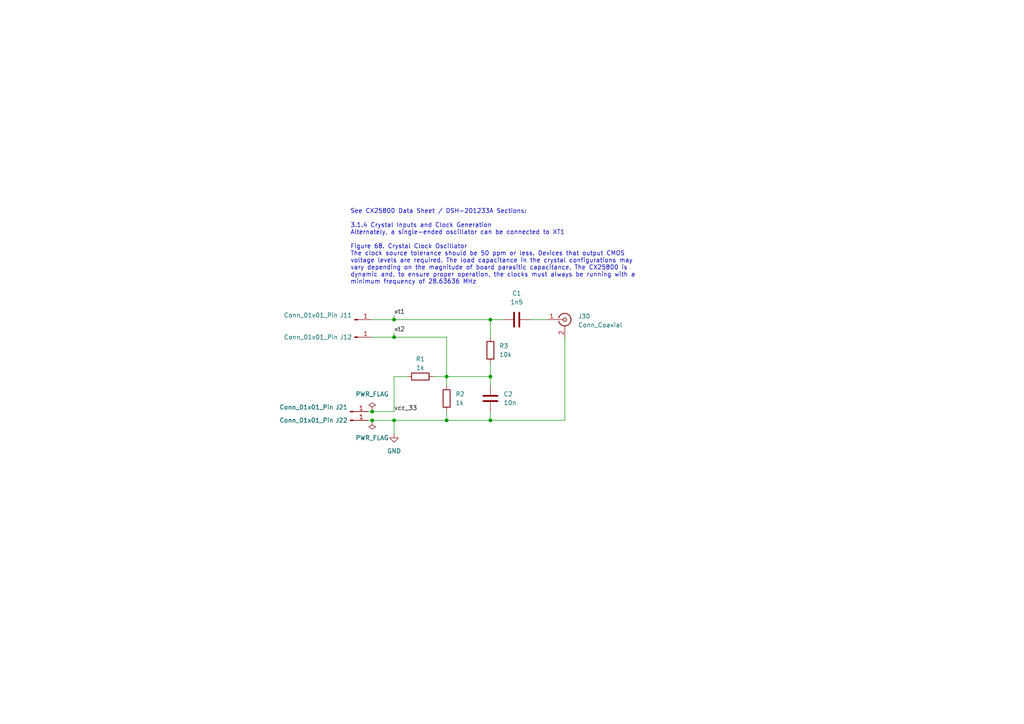
<source format=kicad_sch>
(kicad_sch (version 20230121) (generator eeschema)
  (paper "A4")
  (title_block (title "${proj-title}") (date "2023-11-26") (rev "${proj-version}") (company "${proj-author}") (comment 1 "${proj-license}"))
  (lib_symbols
    (symbol "Connector:Conn_01x01_Pin" (pin_names (offset 1.016) hide)
      (property "Reference" "J" (at 0 2.54 0))
      (property "Value" "Conn_01x01_Pin" (at 0 -2.54 0))
      (symbol "Conn_01x01_Pin_1_1"
        (polyline (pts (xy 1.27 0) (xy 0.8636 0)) (stroke (width 0.1524)))
        (rectangle (start 0.8636 0.127) (end 0 -0.127) (stroke (width 0.1524)) (fill (type outline)))
        (pin passive line (at 5.08 0 180) (length 3.81) (name "Pin_1") (number "1"))
      )
    )
    (symbol "Connector:Conn_Coaxial" (pin_names (offset 1.016) hide)
      (property "Reference" "J" (at 0.254 3.048 0))
      (property "Value" "Conn_Coaxial" (at 2.921 0 90))
      (symbol "Conn_Coaxial_0_1"
        (arc (start -1.778 -0.508) (mid 0.2311 -1.8066) (end 1.778 0) (stroke (width 0.254)))
        (polyline (pts (xy -2.54 0) (xy -0.508 0)))
        (polyline (pts (xy 0 -2.54) (xy 0 -1.778)))
        (circle (center 0 0) (radius 0.508) (stroke (width 0.2032)))
        (arc (start 1.778 0) (mid 0.2099 1.8101) (end -1.778 0.508) (stroke (width 0.254)))
      )
      (symbol "Conn_Coaxial_1_1"
        (pin passive line (at -5.08 0 0) (length 2.54) (name "In") (number "1"))
        (pin passive line (at 0 -5.08 90) (length 2.54) (name "Ext") (number "2"))
      )
    )
    (symbol "Device:C" (pin_numbers hide) (pin_names (offset 0.254))
      (property "Reference" "C" (at 0.635 2.54 0))
      (property "Value" "C" (at 0.635 -2.54 0))
      (symbol "C_0_1"
        (polyline (pts (xy -2.032 -0.762) (xy 2.032 -0.762)) (stroke (width 0.508)))
        (polyline (pts (xy -2.032 0.762) (xy 2.032 0.762)) (stroke (width 0.508)))
      )
      (symbol "C_1_1"
        (pin passive line (at 0 3.81 270) (length 2.794) (name "~") (number "1"))
        (pin passive line (at 0 -3.81 90) (length 2.794) (name "~") (number "2"))
      )
    )
    (symbol "Device:R" (pin_numbers hide) (pin_names (offset 0))
      (property "Reference" "R" (at 2.032 0 90))
      (property "Value" "R" (at 0 0 90))
      (symbol "R_0_1"
        (rectangle (start -1.016 -2.54) (end 1.016 2.54) (stroke (width 0.254)))
      )
      (symbol "R_1_1"
        (pin passive line (at 0 3.81 270) (length 1.27) (name "~") (number "1"))
        (pin passive line (at 0 -3.81 90) (length 1.27) (name "~") (number "2"))
      )
    )
    (symbol "power:GND" (power) (pin_names (offset 0))
      (property "Value" "GND" (at 0 -3.81 0))
      (symbol "GND_0_1"
        (polyline (pts (xy 0 0) (xy 0 -1.27) (xy 1.27 -1.27) (xy 0 -2.54) (xy -1.27 -1.27) (xy 0 -1.27)))
      )
      (symbol "GND_1_1"
        (pin power_in line (at 0 0 270) (length 0) hide (name "GND") (number "1"))
      )
    )
    (symbol "power:PWR_FLAG" (power) (pin_numbers hide) (pin_names (offset 0) hide)
      (property "Value" "PWR_FLAG" (at 0 3.81 0))
      (symbol "PWR_FLAG_0_0"
        (pin power_out line (at 0 0 90) (length 0) (name "pwr") (number "1"))
      )
      (symbol "PWR_FLAG_0_1"
        (polyline (pts (xy 0 0) (xy 0 1.27) (xy -1.016 1.905) (xy 0 2.54) (xy 1.016 1.905) (xy 0 1.27)))
      )
    )
  )
  (junction (at 142.24 92.71))
  (junction (at 107.95 119.38))
  (junction (at 107.95 121.92))
  (junction (at 114.3 92.71))
  (junction (at 129.54 109.22))
  (junction (at 129.54 121.92))
  (junction (at 142.24 109.22))
  (junction (at 114.3 121.92))
  (junction (at 114.3 97.79))
  (junction (at 142.24 121.92))
  (wire (pts (xy 114.3 92.71) (xy 114.3 91.44)))
  (wire (pts (xy 142.24 111.76) (xy 142.24 109.22)))
  (wire (pts (xy 114.3 109.22) (xy 114.3 119.38)))
  (wire (pts (xy 142.24 92.71) (xy 146.05 92.71)))
  (wire (pts (xy 142.24 92.71) (xy 142.24 97.79)))
  (wire (pts (xy 129.54 119.38) (xy 129.54 121.92)))
  (wire (pts (xy 114.3 121.92) (xy 114.3 125.73)))
  (wire (pts (xy 107.95 97.79) (xy 114.3 97.79)))
  (wire (pts (xy 107.95 121.92) (xy 114.3 121.92)))
  (wire (pts (xy 107.95 119.38) (xy 114.3 119.38)))
  (wire (pts (xy 142.24 119.38) (xy 142.24 121.92)))
  (wire (pts (xy 163.83 121.92) (xy 163.83 97.79)))
  (wire (pts (xy 106.68 119.38) (xy 107.95 119.38)))
  (wire (pts (xy 114.3 92.71) (xy 142.24 92.71)))
  (wire (pts (xy 114.3 97.79) (xy 114.3 96.52)))
  (wire (pts (xy 129.54 121.92) (xy 142.24 121.92)))
  (wire (pts (xy 129.54 97.79) (xy 114.3 97.79)))
  (wire (pts (xy 114.3 121.92) (xy 129.54 121.92)))
  (wire (pts (xy 107.95 92.71) (xy 114.3 92.71)))
  (wire (pts (xy 125.73 109.22) (xy 129.54 109.22)))
  (wire (pts (xy 129.54 109.22) (xy 129.54 111.76)))
  (wire (pts (xy 106.68 121.92) (xy 107.95 121.92)))
  (wire (pts (xy 114.3 109.22) (xy 118.11 109.22)))
  (wire (pts (xy 142.24 105.41) (xy 142.24 109.22)))
  (wire (pts (xy 129.54 109.22) (xy 129.54 97.79)))
  (wire (pts (xy 142.24 121.92) (xy 163.83 121.92)))
  (wire (pts (xy 142.24 109.22) (xy 129.54 109.22)))
  (wire (pts (xy 153.67 92.71) (xy 158.75 92.71)))
  (text "See CX25800 Data Sheet / DSH-201233A Sections:\n\n3.1.4 Crystal Inputs and Clock Generation \nAlternately, a single-ended oscillator can be connected to XT1\n\nFigure 68. Crystal Clock Oscillator\nThe clock source tolerance should be 50 ppm or less. Devices that output CMOS\nvoltage levels are required. The load capacitance in the crystal configurations may\nvary depending on the magnitude of board parasitic capacitance. The CX25800 is\ndynamic and, to ensure proper operation, the clocks must always be running with a\nminimum frequency of 28.63636 MHz" (at 101.6 82.55 0) (effects (font (size 1.27 1.27)) (justify left bottom)))
  (label "xt2" (at 114.3 96.52 0))
  (label "xt1" (at 114.3 91.44 0))
  (label "vcc_33" (at 114.3 119.38 0))
  (symbol (lib_id "power:PWR_FLAG") (at 107.95 119.38 0) (unit 1)
    (property "Reference" "#FLG01" (effects hide))
    (property "Value" "PWR_FLAG" (at 107.95 114.3 0))
  )
  (symbol (lib_id "Device:R") (at 129.54 115.57 0) (unit 1)
    (property "Reference" "R2" (at 132.08 114.3 0) (effects (justify left)))
    (property "Value" "1k" (at 132.08 116.84 0) (effects (justify left)))
    (property "Footprint" "Resistor_SMD:R_0805_2012Metric_Pad1.20x1.40mm_HandSolder" (effects hide))
  )
  (symbol (lib_id "Connector:Conn_01x01_Pin") (at 102.87 97.79 0) (unit 1)
    (property "Reference" "J12" (at 100.33 97.79 0))
    (property "Value" "Conn_01x01_Pin" (at 90.17 97.79 0))
    (property "Footprint" "TestPoint:TestPoint_Pad_D2.0mm" (effects hide))
  )
  (symbol (lib_id "Connector:Conn_01x01_Pin") (at 101.6 119.38 0) (unit 1)
    (property "Reference" "J21" (at 99.06 118.11 0))
    (property "Value" "Conn_01x01_Pin" (at 88.9 118.11 0))
    (property "Footprint" "TestPoint:TestPoint_Pad_D2.0mm" (effects hide))
  )
  (symbol (lib_id "power:PWR_FLAG") (at 107.95 121.92 180) (unit 1)
    (property "Reference" "#FLG02" (effects hide))
    (property "Value" "PWR_FLAG" (at 107.95 127 0))
  )
  (symbol (lib_id "Connector:Conn_Coaxial") (at 163.83 92.71 0) (unit 1)
    (property "Reference" "J30" (at 167.64 91.7332 0) (effects (justify left)))
    (property "Value" "Conn_Coaxial" (at 167.64 94.2732 0) (effects (justify left)))
    (property "Footprint" "Connector_Coaxial:SMA_Samtec_SMA-J-P-X-ST-EM1_EdgeMount" (effects hide))
    (property "Datasheet" " ~" (effects hide))
  )
  (symbol (lib_id "Connector:Conn_01x01_Pin") (at 102.87 92.71 0) (unit 1)
    (property "Reference" "J11" (at 100.33 91.44 0))
    (property "Value" "Conn_01x01_Pin" (at 90.17 91.44 0))
    (property "Footprint" "TestPoint:TestPoint_Pad_D2.0mm" (effects hide))
  )
  (symbol (lib_id "Device:R") (at 121.92 109.22 90) (unit 1)
    (property "Reference" "R1" (at 121.92 104.14 90))
    (property "Value" "1k" (at 121.92 106.68 90))
    (property "Footprint" "Resistor_SMD:R_0805_2012Metric_Pad1.20x1.40mm_HandSolder" (effects hide))
  )
  (symbol (lib_id "Device:R") (at 142.24 101.6 0) (unit 1)
    (property "Reference" "R3" (at 144.78 100.33 0) (effects (justify left)))
    (property "Value" "10k" (at 144.78 102.87 0) (effects (justify left)))
    (property "Footprint" "Resistor_SMD:R_0805_2012Metric_Pad1.20x1.40mm_HandSolder" (effects hide))
  )
  (symbol (lib_id "Connector:Conn_01x01_Pin") (at 101.6 121.92 0) (unit 1)
    (property "Reference" "J22" (at 99.06 121.92 0))
    (property "Value" "Conn_01x01_Pin" (at 88.9 121.92 0))
    (property "Footprint" "TestPoint:TestPoint_Pad_D2.0mm" (effects hide))
  )
  (symbol (lib_id "power:GND") (at 114.3 125.73 0) (unit 1)
    (property "Reference" "#PWR01" (effects hide))
    (property "Value" "GND" (at 114.3 130.81 0))
  )
  (symbol (lib_id "Device:C") (at 142.24 115.57 0) (unit 1)
    (property "Reference" "C2" (at 146.05 114.3 0) (effects (justify left)))
    (property "Value" "10n" (at 146.05 116.84 0) (effects (justify left)))
    (property "Footprint" "Capacitor_SMD:C_0805_2012Metric_Pad1.18x1.45mm_HandSolder" (effects hide))
  )
  (symbol (lib_id "Device:C") (at 149.86 92.71 270) (unit 1)
    (property "Reference" "C1" (at 149.86 85.09 90))
    (property "Value" "1n5" (at 149.86 87.63 90))
    (property "Footprint" "Capacitor_SMD:C_0805_2012Metric_Pad1.18x1.45mm_HandSolder" (effects hide))
  )
)
</source>
